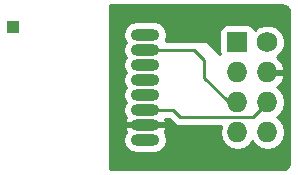
<source format=gbl>
G04 #@! TF.FileFunction,Copper,L2,Bot,Signal*
%FSLAX46Y46*%
G04 Gerber Fmt 4.6, Leading zero omitted, Abs format (unit mm)*
G04 Created by KiCad (PCBNEW 4.0.2+dfsg1-stable) date Sun 14 May 2017 07:44:14 PM MDT*
%MOMM*%
G01*
G04 APERTURE LIST*
%ADD10C,0.100000*%
%ADD11O,2.400000X1.000000*%
%ADD12R,1.000000X1.000000*%
%ADD13C,1.727200*%
%ADD14R,1.727200X1.727200*%
%ADD15O,1.727200X1.727200*%
%ADD16C,0.600000*%
%ADD17C,0.250000*%
%ADD18C,0.254000*%
G04 APERTURE END LIST*
D10*
D11*
X140800000Y-85725000D03*
X140800000Y-86995000D03*
X140800000Y-84455000D03*
X140800000Y-88265000D03*
X140800000Y-89535000D03*
X140800000Y-83185000D03*
X140800000Y-90805000D03*
X140800000Y-81915000D03*
D12*
X129600000Y-81260000D03*
D13*
X151130000Y-82550000D03*
D14*
X148590000Y-82550000D03*
D15*
X151130000Y-85090000D03*
X148590000Y-85090000D03*
X151130000Y-87630000D03*
X148590000Y-87630000D03*
X151130000Y-90170000D03*
X148590000Y-90170000D03*
D16*
X143002000Y-92837000D03*
D17*
X151340000Y-87480000D02*
X149920000Y-88900000D01*
X149920000Y-88900000D02*
X143764000Y-88900000D01*
X143764000Y-88900000D02*
X143129000Y-88265000D01*
X143129000Y-88265000D02*
X140200000Y-88265000D01*
X140200000Y-83185000D02*
X144907000Y-83185000D01*
X147678000Y-87480000D02*
X148800000Y-87480000D01*
X144907000Y-83185000D02*
X145796000Y-84074000D01*
X145796000Y-84074000D02*
X145796000Y-85598000D01*
X145796000Y-85598000D02*
X147678000Y-87480000D01*
D18*
G36*
X152623377Y-79470719D02*
X152812747Y-79597251D01*
X152939280Y-79786622D01*
X152996900Y-80076296D01*
X152996900Y-92643704D01*
X152939280Y-92933378D01*
X152812747Y-93122749D01*
X152623377Y-93249281D01*
X152333704Y-93306900D01*
X137795000Y-93306900D01*
X137795000Y-90805000D01*
X138929050Y-90805000D01*
X139015447Y-91239346D01*
X139261484Y-91607566D01*
X139629704Y-91853603D01*
X140064050Y-91940000D01*
X141535950Y-91940000D01*
X141970296Y-91853603D01*
X142338516Y-91607566D01*
X142584553Y-91239346D01*
X142670950Y-90805000D01*
X142584553Y-90370654D01*
X142438992Y-90152807D01*
X142594119Y-89836874D01*
X142467954Y-89662000D01*
X140927000Y-89662000D01*
X140927000Y-89670000D01*
X140673000Y-89670000D01*
X140673000Y-89662000D01*
X139132046Y-89662000D01*
X139005881Y-89836874D01*
X139161008Y-90152807D01*
X139015447Y-90370654D01*
X138929050Y-90805000D01*
X137795000Y-90805000D01*
X137795000Y-81915000D01*
X138929050Y-81915000D01*
X139015447Y-82349346D01*
X139149520Y-82550000D01*
X139015447Y-82750654D01*
X138929050Y-83185000D01*
X139015447Y-83619346D01*
X139149520Y-83820000D01*
X139015447Y-84020654D01*
X138929050Y-84455000D01*
X139015447Y-84889346D01*
X139149520Y-85090000D01*
X139015447Y-85290654D01*
X138929050Y-85725000D01*
X139015447Y-86159346D01*
X139149520Y-86360000D01*
X139015447Y-86560654D01*
X138929050Y-86995000D01*
X139015447Y-87429346D01*
X139149520Y-87630000D01*
X139015447Y-87830654D01*
X138929050Y-88265000D01*
X139015447Y-88699346D01*
X139161008Y-88917193D01*
X139005881Y-89233126D01*
X139132046Y-89408000D01*
X140673000Y-89408000D01*
X140673000Y-89400000D01*
X140927000Y-89400000D01*
X140927000Y-89408000D01*
X142467954Y-89408000D01*
X142594119Y-89233126D01*
X142491927Y-89025000D01*
X142814198Y-89025000D01*
X143226599Y-89437401D01*
X143473161Y-89602148D01*
X143764000Y-89660000D01*
X147187005Y-89660000D01*
X147091400Y-90140641D01*
X147091400Y-90199359D01*
X147205474Y-90772848D01*
X147530330Y-91259029D01*
X148016511Y-91583885D01*
X148590000Y-91697959D01*
X149163489Y-91583885D01*
X149649670Y-91259029D01*
X149860000Y-90944248D01*
X150070330Y-91259029D01*
X150556511Y-91583885D01*
X151130000Y-91697959D01*
X151703489Y-91583885D01*
X152189670Y-91259029D01*
X152514526Y-90772848D01*
X152628600Y-90199359D01*
X152628600Y-90140641D01*
X152514526Y-89567152D01*
X152189670Y-89080971D01*
X151918828Y-88900000D01*
X152189670Y-88719029D01*
X152514526Y-88232848D01*
X152628600Y-87659359D01*
X152628600Y-87600641D01*
X152514526Y-87027152D01*
X152189670Y-86540971D01*
X151918839Y-86360008D01*
X152336821Y-85978490D01*
X152584968Y-85449027D01*
X152464469Y-85217000D01*
X151257000Y-85217000D01*
X151257000Y-85237000D01*
X151003000Y-85237000D01*
X151003000Y-85217000D01*
X150983000Y-85217000D01*
X150983000Y-84963000D01*
X151003000Y-84963000D01*
X151003000Y-84943000D01*
X151257000Y-84943000D01*
X151257000Y-84963000D01*
X152464469Y-84963000D01*
X152584968Y-84730973D01*
X152336821Y-84201510D01*
X151938111Y-83837583D01*
X151977780Y-83821192D01*
X152399710Y-83399997D01*
X152628339Y-82849398D01*
X152628859Y-82253218D01*
X152401192Y-81702220D01*
X151979997Y-81280290D01*
X151429398Y-81051661D01*
X150833218Y-81051141D01*
X150282220Y-81278808D01*
X150065124Y-81495525D01*
X150056762Y-81451083D01*
X149917690Y-81234959D01*
X149705490Y-81089969D01*
X149453600Y-81038960D01*
X147726400Y-81038960D01*
X147491083Y-81083238D01*
X147274959Y-81222310D01*
X147129969Y-81434510D01*
X147078960Y-81686400D01*
X147078960Y-83413600D01*
X147099949Y-83525147D01*
X146222401Y-82647599D01*
X145975839Y-82482852D01*
X145685000Y-82425000D01*
X142534003Y-82425000D01*
X142584553Y-82349346D01*
X142670950Y-81915000D01*
X142584553Y-81480654D01*
X142338516Y-81112434D01*
X141970296Y-80866397D01*
X141535950Y-80780000D01*
X140064050Y-80780000D01*
X139629704Y-80866397D01*
X139261484Y-81112434D01*
X139015447Y-81480654D01*
X138929050Y-81915000D01*
X137795000Y-81915000D01*
X137795000Y-79413100D01*
X152333704Y-79413100D01*
X152623377Y-79470719D01*
X152623377Y-79470719D01*
G37*
X152623377Y-79470719D02*
X152812747Y-79597251D01*
X152939280Y-79786622D01*
X152996900Y-80076296D01*
X152996900Y-92643704D01*
X152939280Y-92933378D01*
X152812747Y-93122749D01*
X152623377Y-93249281D01*
X152333704Y-93306900D01*
X137795000Y-93306900D01*
X137795000Y-90805000D01*
X138929050Y-90805000D01*
X139015447Y-91239346D01*
X139261484Y-91607566D01*
X139629704Y-91853603D01*
X140064050Y-91940000D01*
X141535950Y-91940000D01*
X141970296Y-91853603D01*
X142338516Y-91607566D01*
X142584553Y-91239346D01*
X142670950Y-90805000D01*
X142584553Y-90370654D01*
X142438992Y-90152807D01*
X142594119Y-89836874D01*
X142467954Y-89662000D01*
X140927000Y-89662000D01*
X140927000Y-89670000D01*
X140673000Y-89670000D01*
X140673000Y-89662000D01*
X139132046Y-89662000D01*
X139005881Y-89836874D01*
X139161008Y-90152807D01*
X139015447Y-90370654D01*
X138929050Y-90805000D01*
X137795000Y-90805000D01*
X137795000Y-81915000D01*
X138929050Y-81915000D01*
X139015447Y-82349346D01*
X139149520Y-82550000D01*
X139015447Y-82750654D01*
X138929050Y-83185000D01*
X139015447Y-83619346D01*
X139149520Y-83820000D01*
X139015447Y-84020654D01*
X138929050Y-84455000D01*
X139015447Y-84889346D01*
X139149520Y-85090000D01*
X139015447Y-85290654D01*
X138929050Y-85725000D01*
X139015447Y-86159346D01*
X139149520Y-86360000D01*
X139015447Y-86560654D01*
X138929050Y-86995000D01*
X139015447Y-87429346D01*
X139149520Y-87630000D01*
X139015447Y-87830654D01*
X138929050Y-88265000D01*
X139015447Y-88699346D01*
X139161008Y-88917193D01*
X139005881Y-89233126D01*
X139132046Y-89408000D01*
X140673000Y-89408000D01*
X140673000Y-89400000D01*
X140927000Y-89400000D01*
X140927000Y-89408000D01*
X142467954Y-89408000D01*
X142594119Y-89233126D01*
X142491927Y-89025000D01*
X142814198Y-89025000D01*
X143226599Y-89437401D01*
X143473161Y-89602148D01*
X143764000Y-89660000D01*
X147187005Y-89660000D01*
X147091400Y-90140641D01*
X147091400Y-90199359D01*
X147205474Y-90772848D01*
X147530330Y-91259029D01*
X148016511Y-91583885D01*
X148590000Y-91697959D01*
X149163489Y-91583885D01*
X149649670Y-91259029D01*
X149860000Y-90944248D01*
X150070330Y-91259029D01*
X150556511Y-91583885D01*
X151130000Y-91697959D01*
X151703489Y-91583885D01*
X152189670Y-91259029D01*
X152514526Y-90772848D01*
X152628600Y-90199359D01*
X152628600Y-90140641D01*
X152514526Y-89567152D01*
X152189670Y-89080971D01*
X151918828Y-88900000D01*
X152189670Y-88719029D01*
X152514526Y-88232848D01*
X152628600Y-87659359D01*
X152628600Y-87600641D01*
X152514526Y-87027152D01*
X152189670Y-86540971D01*
X151918839Y-86360008D01*
X152336821Y-85978490D01*
X152584968Y-85449027D01*
X152464469Y-85217000D01*
X151257000Y-85217000D01*
X151257000Y-85237000D01*
X151003000Y-85237000D01*
X151003000Y-85217000D01*
X150983000Y-85217000D01*
X150983000Y-84963000D01*
X151003000Y-84963000D01*
X151003000Y-84943000D01*
X151257000Y-84943000D01*
X151257000Y-84963000D01*
X152464469Y-84963000D01*
X152584968Y-84730973D01*
X152336821Y-84201510D01*
X151938111Y-83837583D01*
X151977780Y-83821192D01*
X152399710Y-83399997D01*
X152628339Y-82849398D01*
X152628859Y-82253218D01*
X152401192Y-81702220D01*
X151979997Y-81280290D01*
X151429398Y-81051661D01*
X150833218Y-81051141D01*
X150282220Y-81278808D01*
X150065124Y-81495525D01*
X150056762Y-81451083D01*
X149917690Y-81234959D01*
X149705490Y-81089969D01*
X149453600Y-81038960D01*
X147726400Y-81038960D01*
X147491083Y-81083238D01*
X147274959Y-81222310D01*
X147129969Y-81434510D01*
X147078960Y-81686400D01*
X147078960Y-83413600D01*
X147099949Y-83525147D01*
X146222401Y-82647599D01*
X145975839Y-82482852D01*
X145685000Y-82425000D01*
X142534003Y-82425000D01*
X142584553Y-82349346D01*
X142670950Y-81915000D01*
X142584553Y-81480654D01*
X142338516Y-81112434D01*
X141970296Y-80866397D01*
X141535950Y-80780000D01*
X140064050Y-80780000D01*
X139629704Y-80866397D01*
X139261484Y-81112434D01*
X139015447Y-81480654D01*
X138929050Y-81915000D01*
X137795000Y-81915000D01*
X137795000Y-79413100D01*
X152333704Y-79413100D01*
X152623377Y-79470719D01*
M02*

</source>
